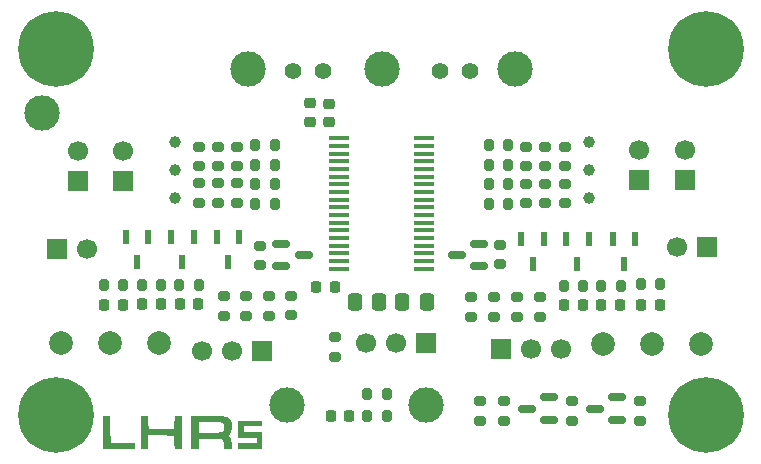
<source format=gbr>
%TF.GenerationSoftware,KiCad,Pcbnew,9.0.6*%
%TF.CreationDate,2026-01-10T12:16:03-06:00*%
%TF.ProjectId,LVMuxPCB,4c564d75-7850-4434-922e-6b696361645f,rev?*%
%TF.SameCoordinates,Original*%
%TF.FileFunction,Soldermask,Top*%
%TF.FilePolarity,Negative*%
%FSLAX46Y46*%
G04 Gerber Fmt 4.6, Leading zero omitted, Abs format (unit mm)*
G04 Created by KiCad (PCBNEW 9.0.6) date 2026-01-10 12:16:03*
%MOMM*%
%LPD*%
G01*
G04 APERTURE LIST*
G04 Aperture macros list*
%AMRoundRect*
0 Rectangle with rounded corners*
0 $1 Rounding radius*
0 $2 $3 $4 $5 $6 $7 $8 $9 X,Y pos of 4 corners*
0 Add a 4 corners polygon primitive as box body*
4,1,4,$2,$3,$4,$5,$6,$7,$8,$9,$2,$3,0*
0 Add four circle primitives for the rounded corners*
1,1,$1+$1,$2,$3*
1,1,$1+$1,$4,$5*
1,1,$1+$1,$6,$7*
1,1,$1+$1,$8,$9*
0 Add four rect primitives between the rounded corners*
20,1,$1+$1,$2,$3,$4,$5,0*
20,1,$1+$1,$4,$5,$6,$7,0*
20,1,$1+$1,$6,$7,$8,$9,0*
20,1,$1+$1,$8,$9,$2,$3,0*%
G04 Aperture macros list end*
%ADD10C,0.000000*%
%ADD11RoundRect,0.225000X-0.225000X-0.250000X0.225000X-0.250000X0.225000X0.250000X-0.225000X0.250000X0*%
%ADD12RoundRect,0.200000X-0.275000X0.200000X-0.275000X-0.200000X0.275000X-0.200000X0.275000X0.200000X0*%
%ADD13RoundRect,0.218750X0.218750X0.256250X-0.218750X0.256250X-0.218750X-0.256250X0.218750X-0.256250X0*%
%ADD14RoundRect,0.200000X0.275000X-0.200000X0.275000X0.200000X-0.275000X0.200000X-0.275000X-0.200000X0*%
%ADD15RoundRect,0.150000X0.587500X0.150000X-0.587500X0.150000X-0.587500X-0.150000X0.587500X-0.150000X0*%
%ADD16RoundRect,0.225000X-0.250000X0.225000X-0.250000X-0.225000X0.250000X-0.225000X0.250000X0.225000X0*%
%ADD17R,1.700000X1.700000*%
%ADD18C,1.700000*%
%ADD19RoundRect,0.200000X0.200000X0.275000X-0.200000X0.275000X-0.200000X-0.275000X0.200000X-0.275000X0*%
%ADD20R,0.600000X1.300000*%
%ADD21C,3.600000*%
%ADD22C,6.400000*%
%ADD23RoundRect,0.218750X-0.218750X-0.256250X0.218750X-0.256250X0.218750X0.256250X-0.218750X0.256250X0*%
%ADD24C,2.000000*%
%ADD25RoundRect,0.150000X-0.587500X-0.150000X0.587500X-0.150000X0.587500X0.150000X-0.587500X0.150000X0*%
%ADD26C,1.000000*%
%ADD27C,1.400000*%
%ADD28C,3.000000*%
%ADD29R,1.651000X0.431800*%
%ADD30RoundRect,0.200000X-0.200000X-0.275000X0.200000X-0.275000X0.200000X0.275000X-0.200000X0.275000X0*%
%ADD31RoundRect,0.250000X0.337500X0.475000X-0.337500X0.475000X-0.337500X-0.475000X0.337500X-0.475000X0*%
G04 APERTURE END LIST*
D10*
%TO.C,LOGO2*%
G36*
X175500794Y-68796905D02*
G01*
X175525993Y-69930833D01*
X176546528Y-69944476D01*
X177567064Y-69958119D01*
X177567064Y-70209059D01*
X177567064Y-70460000D01*
X176230751Y-70460000D01*
X174894438Y-70460000D01*
X174907834Y-69061488D01*
X174921231Y-67662976D01*
X175198413Y-67662976D01*
X175475596Y-67662976D01*
X175500794Y-68796905D01*
G37*
G36*
X188365873Y-68310198D02*
G01*
X188365873Y-68536984D01*
X187584722Y-68536984D01*
X186803571Y-68536984D01*
X186803571Y-68788968D01*
X186803571Y-69040952D01*
X187584722Y-69040952D01*
X188365873Y-69040952D01*
X188365873Y-69746508D01*
X188365873Y-70452063D01*
X187357936Y-70452063D01*
X186350000Y-70452063D01*
X186350000Y-70225278D01*
X186350000Y-69998492D01*
X187131151Y-69998492D01*
X187912301Y-69998492D01*
X187912301Y-69746508D01*
X187912301Y-69494524D01*
X187131151Y-69494524D01*
X186350000Y-69494524D01*
X186350000Y-68788968D01*
X186350000Y-68083413D01*
X187357936Y-68083413D01*
X188365873Y-68083413D01*
X188365873Y-68310198D01*
G37*
G36*
X181376828Y-67646870D02*
G01*
X181573612Y-67662976D01*
X181587008Y-69061488D01*
X181600404Y-70460000D01*
X181273678Y-70460000D01*
X180946952Y-70460000D01*
X180932703Y-69893036D01*
X180918453Y-69326071D01*
X179823982Y-69312494D01*
X178729510Y-69298916D01*
X178715251Y-69866859D01*
X178700993Y-70434801D01*
X178385211Y-70449826D01*
X178069429Y-70464851D01*
X178082830Y-69063914D01*
X178096231Y-67662976D01*
X178352691Y-67648025D01*
X178551790Y-67652861D01*
X178660363Y-67695420D01*
X178665728Y-67701244D01*
X178691275Y-67778573D01*
X178714051Y-67931243D01*
X178730876Y-68133801D01*
X178736847Y-68270561D01*
X178751389Y-68771706D01*
X179834921Y-68771706D01*
X180918453Y-68771706D01*
X180932752Y-68230474D01*
X180942061Y-67972555D01*
X180961771Y-67799779D01*
X181003781Y-67696509D01*
X181079990Y-67647105D01*
X181202298Y-67635930D01*
X181376828Y-67646870D01*
G37*
G36*
X183606389Y-67642880D02*
G01*
X183929517Y-67646724D01*
X184397725Y-67655193D01*
X184775655Y-67667869D01*
X185073823Y-67688856D01*
X185302744Y-67722257D01*
X185472934Y-67772178D01*
X185594908Y-67842721D01*
X185679182Y-67937992D01*
X185736272Y-68062094D01*
X185776693Y-68219132D01*
X185805352Y-68378856D01*
X185815781Y-68581314D01*
X185792188Y-68803805D01*
X185741695Y-69012348D01*
X185671422Y-69172966D01*
X185627371Y-69228160D01*
X185563130Y-69294076D01*
X185563297Y-69346382D01*
X185630288Y-69426572D01*
X185639499Y-69436385D01*
X185695563Y-69511351D01*
X185732230Y-69608775D01*
X185755316Y-69753634D01*
X185770634Y-69970905D01*
X185772438Y-70007429D01*
X185794076Y-70460000D01*
X185460332Y-70460000D01*
X185126588Y-70460000D01*
X185126588Y-70164415D01*
X185114342Y-69957713D01*
X185071898Y-69814351D01*
X185022136Y-69736042D01*
X184917685Y-69603254D01*
X183963803Y-69603254D01*
X183009921Y-69603254D01*
X183009921Y-70031627D01*
X183009921Y-70460000D01*
X182682342Y-70460000D01*
X182354762Y-70460000D01*
X182354762Y-69075047D01*
X182354762Y-68612116D01*
X182354762Y-68192143D01*
X183009921Y-68192143D01*
X183009921Y-68612116D01*
X183014188Y-68809653D01*
X183025542Y-68967374D01*
X183041816Y-69059012D01*
X183047719Y-69070099D01*
X183107819Y-69081199D01*
X183252244Y-69089204D01*
X183464564Y-69093761D01*
X183728345Y-69094519D01*
X184027158Y-69091126D01*
X184028719Y-69091098D01*
X184365482Y-69084007D01*
X184615965Y-69075610D01*
X184794681Y-69064404D01*
X184916141Y-69048885D01*
X184994859Y-69027551D01*
X185045349Y-68998897D01*
X185061853Y-68984093D01*
X185127195Y-68865962D01*
X185151407Y-68674497D01*
X185151786Y-68639462D01*
X185141791Y-68470129D01*
X185103410Y-68363196D01*
X185032810Y-68288484D01*
X184982720Y-68254546D01*
X184918423Y-68229601D01*
X184824814Y-68212287D01*
X184686788Y-68201247D01*
X184489240Y-68195123D01*
X184217064Y-68192554D01*
X183961878Y-68192143D01*
X183009921Y-68192143D01*
X182354762Y-68192143D01*
X182354762Y-67690095D01*
X182480608Y-67658509D01*
X182563764Y-67650726D01*
X182732805Y-67645150D01*
X182972847Y-67641903D01*
X183269004Y-67641106D01*
X183606389Y-67642880D01*
G37*
%TD*%
D11*
%TO.C,C1*%
X192950000Y-56750000D03*
X194500000Y-56750000D03*
%TD*%
D12*
%TO.C,R44*%
X220350000Y-66425000D03*
X220350000Y-68075000D03*
%TD*%
D13*
%TO.C,D3*%
X215500000Y-58300000D03*
X213925000Y-58300000D03*
%TD*%
%TO.C,D6*%
X222037500Y-58300000D03*
X220462500Y-58300000D03*
%TD*%
D14*
%TO.C,R30*%
X211850000Y-59250000D03*
X211850000Y-57600000D03*
%TD*%
D15*
%TO.C,Q8*%
X206750000Y-55000000D03*
X206750000Y-53100000D03*
X204875000Y-54050000D03*
%TD*%
D12*
%TO.C,R11*%
X212350000Y-48000000D03*
X212350000Y-49650000D03*
%TD*%
D16*
%TO.C,C3*%
X192400000Y-41200000D03*
X192400000Y-42750000D03*
%TD*%
D12*
%TO.C,R26*%
X214584999Y-66442499D03*
X214584999Y-68092499D03*
%TD*%
D17*
%TO.C,JP3*%
X188330000Y-62200000D03*
D18*
X185790000Y-62200000D03*
X183250000Y-62200000D03*
%TD*%
D19*
%TO.C,R15*%
X189417800Y-46399999D03*
X187767800Y-46399999D03*
%TD*%
D20*
%TO.C,Q4*%
X178716000Y-52542960D03*
X176816000Y-52542960D03*
X177766000Y-54642960D03*
%TD*%
D12*
%TO.C,R10*%
X212350000Y-44859500D03*
X212350000Y-46509500D03*
%TD*%
D21*
%TO.C,MH2*%
X225900000Y-36600000D03*
D22*
X225900000Y-36600000D03*
%TD*%
D20*
%TO.C,Q5*%
X216000000Y-52684000D03*
X214100000Y-52684000D03*
X215050000Y-54784000D03*
%TD*%
D12*
%TO.C,R13*%
X210725000Y-48000000D03*
X210725000Y-49650000D03*
%TD*%
D23*
%TO.C,D5*%
X174962500Y-58250000D03*
X176537500Y-58250000D03*
%TD*%
D24*
%TO.C,TP4*%
X175500000Y-61450000D03*
%TD*%
D19*
%TO.C,R16*%
X189417800Y-48049999D03*
X187767800Y-48049999D03*
%TD*%
D25*
%TO.C,Q1*%
X189988750Y-53085000D03*
X189988750Y-54985000D03*
X191863750Y-54035000D03*
%TD*%
D14*
%TO.C,R32*%
X209950000Y-59250000D03*
X209950000Y-57600000D03*
%TD*%
D19*
%TO.C,R42*%
X222075000Y-56500000D03*
X220425000Y-56500000D03*
%TD*%
D12*
%TO.C,R3*%
X184617800Y-44874999D03*
X184617800Y-46524999D03*
%TD*%
D24*
%TO.C,TP6*%
X179650000Y-61450000D03*
%TD*%
D15*
%TO.C,Q9*%
X212642499Y-68000000D03*
X212642499Y-66100000D03*
X210767498Y-67050000D03*
%TD*%
D17*
%TO.C,JP9*%
X224150000Y-47730000D03*
D18*
X224150000Y-45190000D03*
%TD*%
D26*
%TO.C,TP14*%
X181000000Y-49225000D03*
%TD*%
D16*
%TO.C,CCPO1*%
X194050000Y-41225000D03*
X194050000Y-42775000D03*
%TD*%
D27*
%TO.C,TP20*%
X191000000Y-38500000D03*
X193540000Y-38500000D03*
%TD*%
D28*
%TO.C,TP9*%
X209750000Y-38250000D03*
%TD*%
D12*
%TO.C,R36*%
X208814999Y-66432499D03*
X208814999Y-68082499D03*
%TD*%
D17*
%TO.C,JP5*%
X226000000Y-53400000D03*
D18*
X223460000Y-53400000D03*
%TD*%
D29*
%TO.C,U1*%
X194835600Y-44149999D03*
X194835600Y-44800000D03*
X194835600Y-45450001D03*
X194835600Y-46100000D03*
X194835600Y-46750001D03*
X194835600Y-47400000D03*
X194835600Y-48050001D03*
X194835600Y-48700000D03*
X194835600Y-49350001D03*
X194835600Y-50000000D03*
X194835600Y-50650001D03*
X194835600Y-51300000D03*
X194835600Y-51950001D03*
X194835600Y-52599999D03*
X194835600Y-53250001D03*
X194835600Y-53899999D03*
X194835600Y-54549998D03*
X194835600Y-55199999D03*
X202100000Y-55199999D03*
X202100000Y-54549998D03*
X202100000Y-53899999D03*
X202100000Y-53249998D03*
X202100000Y-52599999D03*
X202100000Y-51949998D03*
X202100000Y-51300000D03*
X202100000Y-50649998D03*
X202100000Y-50000000D03*
X202100000Y-49349998D03*
X202100000Y-48700000D03*
X202100000Y-48049998D03*
X202100000Y-47400000D03*
X202100000Y-46749999D03*
X202100000Y-46100000D03*
X202100000Y-45449999D03*
X202100000Y-44800000D03*
X202100000Y-44149999D03*
%TD*%
D13*
%TO.C,D1*%
X218662500Y-58300000D03*
X217087500Y-58300000D03*
%TD*%
D26*
%TO.C,TP15*%
X181000000Y-46850000D03*
%TD*%
D30*
%TO.C,R20*%
X207525000Y-44750000D03*
X209175000Y-44750000D03*
%TD*%
D23*
%TO.C,D4*%
X181387500Y-58200000D03*
X182962500Y-58200000D03*
%TD*%
D26*
%TO.C,TP17*%
X216000000Y-49250000D03*
%TD*%
D19*
%TO.C,R18*%
X198890000Y-67650000D03*
X197240000Y-67650000D03*
%TD*%
%TO.C,R23*%
X209175000Y-49700000D03*
X207525000Y-49700000D03*
%TD*%
D12*
%TO.C,R35*%
X194490000Y-61000000D03*
X194490000Y-62650000D03*
%TD*%
%TO.C,R1*%
X183017800Y-44874999D03*
X183017800Y-46524999D03*
%TD*%
D17*
%TO.C,JP4*%
X171000000Y-53500000D03*
D18*
X173540000Y-53500000D03*
%TD*%
D21*
%TO.C,MH3*%
X170900000Y-67600000D03*
D22*
X170900000Y-67600000D03*
%TD*%
D12*
%TO.C,R43*%
X206804999Y-66437499D03*
X206804999Y-68087499D03*
%TD*%
D26*
%TO.C,TP19*%
X216000000Y-44450000D03*
%TD*%
D30*
%TO.C,R38*%
X178187500Y-56575000D03*
X179837500Y-56575000D03*
%TD*%
D14*
%TO.C,R28*%
X206050000Y-59250000D03*
X206050000Y-57600000D03*
%TD*%
D28*
%TO.C,TP10*%
X198500000Y-38250000D03*
%TD*%
D24*
%TO.C,TP2*%
X171350000Y-61450000D03*
%TD*%
D26*
%TO.C,TP18*%
X216000000Y-46825000D03*
%TD*%
D12*
%TO.C,R4*%
X184617800Y-47974999D03*
X184617800Y-49624999D03*
%TD*%
D19*
%TO.C,R39*%
X215562500Y-56650000D03*
X213912500Y-56650000D03*
%TD*%
D21*
%TO.C,MH1*%
X170900000Y-36600000D03*
D22*
X170900000Y-36600000D03*
%TD*%
D15*
%TO.C,Q10*%
X218400000Y-67990000D03*
X218400000Y-66090000D03*
X216524999Y-67040000D03*
%TD*%
D14*
%TO.C,R31*%
X187000000Y-59175000D03*
X187000000Y-57525000D03*
%TD*%
D21*
%TO.C,MH4*%
X225900000Y-67600000D03*
D22*
X225900000Y-67600000D03*
%TD*%
D12*
%TO.C,R2*%
X183017800Y-47974999D03*
X183017800Y-49624999D03*
%TD*%
D24*
%TO.C,TP7*%
X217200000Y-61600000D03*
%TD*%
D12*
%TO.C,R6*%
X186217800Y-47974999D03*
X186217800Y-49624999D03*
%TD*%
D20*
%TO.C,Q7*%
X219950000Y-52700000D03*
X218050000Y-52700000D03*
X219000000Y-54800000D03*
%TD*%
D17*
%TO.C,JP8*%
X172750000Y-47790000D03*
D18*
X172750000Y-45250000D03*
%TD*%
D30*
%TO.C,R22*%
X207525000Y-48050000D03*
X209175000Y-48050000D03*
%TD*%
D20*
%TO.C,Q3*%
X186400000Y-52500000D03*
X184500000Y-52500000D03*
X185450000Y-54600000D03*
%TD*%
D14*
%TO.C,R27*%
X190800000Y-59150000D03*
X190800000Y-57500000D03*
%TD*%
D20*
%TO.C,Q6*%
X212200000Y-52666000D03*
X210300000Y-52666000D03*
X211250000Y-54766000D03*
%TD*%
D12*
%TO.C,R8*%
X213975000Y-44859500D03*
X213975000Y-46509500D03*
%TD*%
D20*
%TO.C,Q2*%
X182549960Y-52534000D03*
X180649960Y-52534000D03*
X181599960Y-54634000D03*
%TD*%
D17*
%TO.C,JP6*%
X176600000Y-47790000D03*
D18*
X176600000Y-45250000D03*
%TD*%
D12*
%TO.C,R12*%
X210725000Y-44859500D03*
X210725000Y-46509500D03*
%TD*%
D19*
%TO.C,R19*%
X198890000Y-65825000D03*
X197240000Y-65825000D03*
%TD*%
D31*
%TO.C,CTMR1*%
X198287500Y-58000000D03*
X196212500Y-58000000D03*
%TD*%
D28*
%TO.C,TP11*%
X169750000Y-42000000D03*
%TD*%
D12*
%TO.C,R7*%
X188176250Y-53250000D03*
X188176250Y-54900000D03*
%TD*%
D30*
%TO.C,R21*%
X207525000Y-46400000D03*
X209175000Y-46400000D03*
%TD*%
D19*
%TO.C,R37*%
X218722500Y-56650000D03*
X217072500Y-56650000D03*
%TD*%
D30*
%TO.C,R41*%
X174937500Y-56600000D03*
X176587500Y-56600000D03*
%TD*%
D19*
%TO.C,R14*%
X189417800Y-44749999D03*
X187767800Y-44749999D03*
%TD*%
D27*
%TO.C,TP21*%
X206000000Y-38500000D03*
X203460000Y-38500000D03*
%TD*%
D11*
%TO.C,C5*%
X194190000Y-67650000D03*
X195740000Y-67650000D03*
%TD*%
D17*
%TO.C,JP7*%
X220300000Y-47730000D03*
D18*
X220300000Y-45190000D03*
%TD*%
D26*
%TO.C,TP16*%
X181000000Y-44475000D03*
%TD*%
D28*
%TO.C,TP12*%
X202250000Y-66750000D03*
%TD*%
D14*
%TO.C,R34*%
X208025000Y-59250000D03*
X208025000Y-57600000D03*
%TD*%
D24*
%TO.C,TP3*%
X225500000Y-61600000D03*
%TD*%
D30*
%TO.C,R40*%
X181350000Y-56562500D03*
X183000000Y-56562500D03*
%TD*%
D14*
%TO.C,R33*%
X188900000Y-59175000D03*
X188900000Y-57525000D03*
%TD*%
D24*
%TO.C,TP5*%
X221350000Y-61600000D03*
%TD*%
D14*
%TO.C,R29*%
X185100000Y-59175000D03*
X185100000Y-57525000D03*
%TD*%
D28*
%TO.C,TP8*%
X187200000Y-38250000D03*
%TD*%
D31*
%TO.C,CTMR2*%
X202287500Y-58000000D03*
X200212500Y-58000000D03*
%TD*%
D30*
%TO.C,R17*%
X187767800Y-49750000D03*
X189417800Y-49750000D03*
%TD*%
D23*
%TO.C,D2*%
X178205000Y-58212500D03*
X179780000Y-58212500D03*
%TD*%
D28*
%TO.C,TP1*%
X190500000Y-66750000D03*
%TD*%
D17*
%TO.C,JP2*%
X202230000Y-61525000D03*
D18*
X199690000Y-61525000D03*
X197150000Y-61525000D03*
%TD*%
D12*
%TO.C,R9*%
X213975000Y-48000000D03*
X213975000Y-49650000D03*
%TD*%
D17*
%TO.C,JP1*%
X208620000Y-62000000D03*
D18*
X211160000Y-62000000D03*
X213700000Y-62000000D03*
%TD*%
D14*
%TO.C,R24*%
X208500000Y-54825000D03*
X208500000Y-53175000D03*
%TD*%
D12*
%TO.C,R5*%
X186217800Y-44874999D03*
X186217800Y-46524999D03*
%TD*%
M02*

</source>
